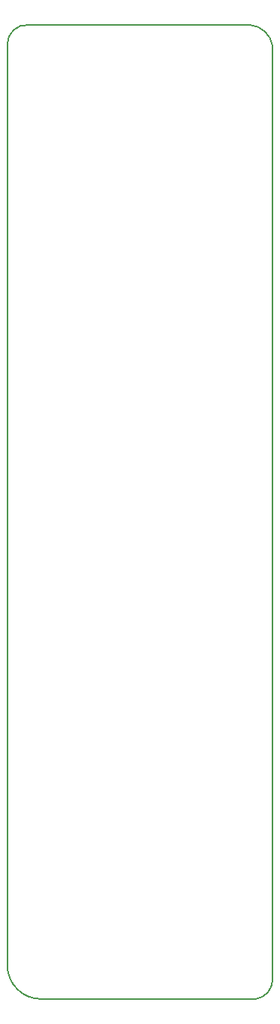
<source format=gko>
G04 DipTrace 3.2.0.1*
G04 mBrane.GKO*
%MOIN*%
G04 #@! TF.FileFunction,Profile*
G04 #@! TF.Part,Single*
%ADD11C,0.005512*%
%FSLAX26Y26*%
G04*
G70*
G90*
G75*
G01*
G04 BoardOutline*
%LPD*%
X394020Y537736D2*
D11*
G03X544004Y394001I149438J5815D01*
G01*
X1493905D1*
G03X1568897Y475242I-11829J86152D01*
G01*
Y4599809D1*
G03X1468907Y4693550I-107893J-14888D01*
G01*
X487760D1*
G03X394020Y4606059I-7778J-85629D01*
G01*
Y537736D1*
M02*

</source>
